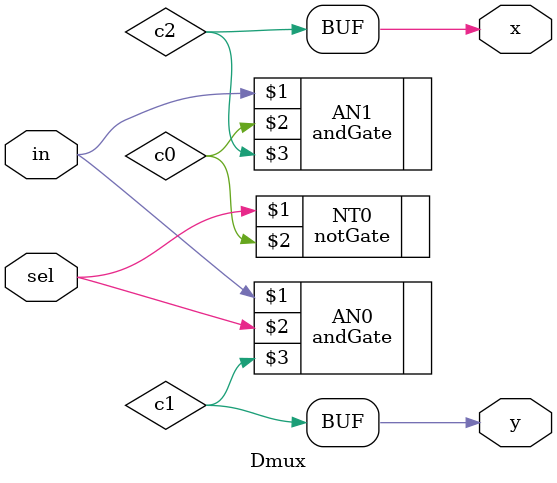
<source format=v>
`timescale 1ns / 1ps
module Dmux(
    input in,
    input sel,
    output x,
    output y
    );
	 
	 wire c0, c1, c2, c3;
	 
	 notGate NT0 (sel, c0);
	 
	 andGate AN0 (in, sel, c1);
	 andGate AN1 (in, c0, c2);
	 
	 assign {x, y} = {c2, c1};
	 

endmodule

</source>
